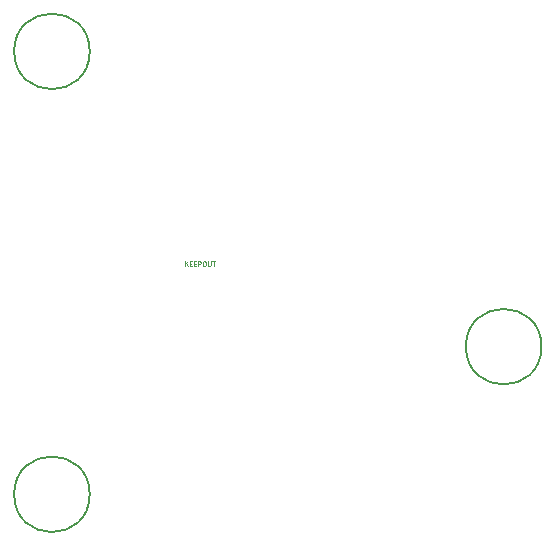
<source format=gbr>
G04 #@! TF.GenerationSoftware,KiCad,Pcbnew,6.0.9-8da3e8f707~116~ubuntu20.04.1*
G04 #@! TF.CreationDate,2023-04-19T18:10:53+00:00*
G04 #@! TF.ProjectId,LEC032002,4c454330-3332-4303-9032-2e6b69636164,rev?*
G04 #@! TF.SameCoordinates,Original*
G04 #@! TF.FileFunction,Other,Comment*
%FSLAX46Y46*%
G04 Gerber Fmt 4.6, Leading zero omitted, Abs format (unit mm)*
G04 Created by KiCad (PCBNEW 6.0.9-8da3e8f707~116~ubuntu20.04.1) date 2023-04-19 18:10:53*
%MOMM*%
%LPD*%
G01*
G04 APERTURE LIST*
%ADD10C,0.070000*%
%ADD11C,0.150000*%
G04 APERTURE END LIST*
D10*
G04 #@! TO.C,PROG1*
X174011904Y-96930952D02*
X174011904Y-96530952D01*
X174240476Y-96930952D02*
X174069047Y-96702380D01*
X174240476Y-96530952D02*
X174011904Y-96759523D01*
X174411904Y-96721428D02*
X174545238Y-96721428D01*
X174602380Y-96930952D02*
X174411904Y-96930952D01*
X174411904Y-96530952D01*
X174602380Y-96530952D01*
X174773809Y-96721428D02*
X174907142Y-96721428D01*
X174964285Y-96930952D02*
X174773809Y-96930952D01*
X174773809Y-96530952D01*
X174964285Y-96530952D01*
X175135714Y-96930952D02*
X175135714Y-96530952D01*
X175288095Y-96530952D01*
X175326190Y-96550000D01*
X175345238Y-96569047D01*
X175364285Y-96607142D01*
X175364285Y-96664285D01*
X175345238Y-96702380D01*
X175326190Y-96721428D01*
X175288095Y-96740476D01*
X175135714Y-96740476D01*
X175611904Y-96530952D02*
X175688095Y-96530952D01*
X175726190Y-96550000D01*
X175764285Y-96588095D01*
X175783333Y-96664285D01*
X175783333Y-96797619D01*
X175764285Y-96873809D01*
X175726190Y-96911904D01*
X175688095Y-96930952D01*
X175611904Y-96930952D01*
X175573809Y-96911904D01*
X175535714Y-96873809D01*
X175516666Y-96797619D01*
X175516666Y-96664285D01*
X175535714Y-96588095D01*
X175573809Y-96550000D01*
X175611904Y-96530952D01*
X175954761Y-96530952D02*
X175954761Y-96854761D01*
X175973809Y-96892857D01*
X175992857Y-96911904D01*
X176030952Y-96930952D01*
X176107142Y-96930952D01*
X176145238Y-96911904D01*
X176164285Y-96892857D01*
X176183333Y-96854761D01*
X176183333Y-96530952D01*
X176316666Y-96530952D02*
X176545238Y-96530952D01*
X176430952Y-96930952D02*
X176430952Y-96530952D01*
D11*
G04 #@! TO.C,H3*
X165950000Y-116250000D02*
G75*
G03*
X165950000Y-116250000I-3200000J0D01*
G01*
G04 #@! TO.C,H1*
X165950000Y-78750000D02*
G75*
G03*
X165950000Y-78750000I-3200000J0D01*
G01*
G04 #@! TO.C,H2*
X204200000Y-103750000D02*
G75*
G03*
X204200000Y-103750000I-3200000J0D01*
G01*
G04 #@! TD*
M02*

</source>
